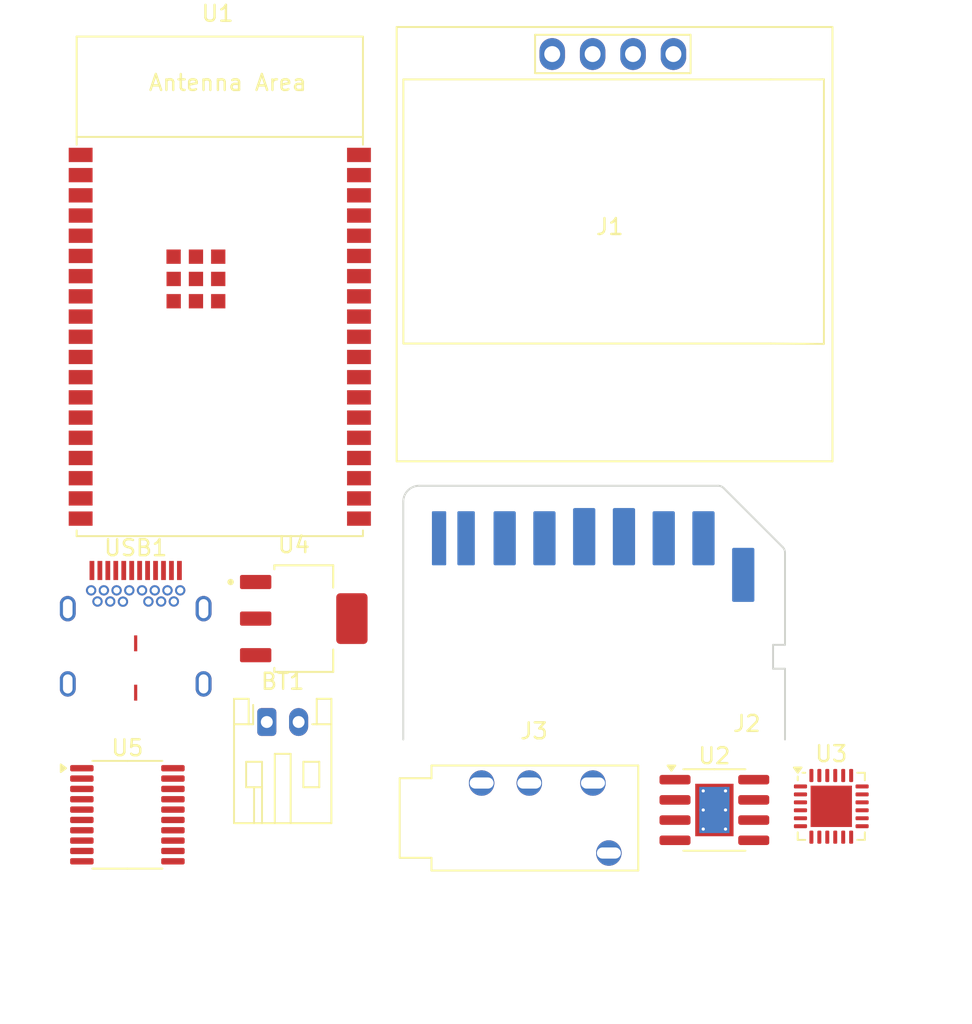
<source format=kicad_pcb>
(kicad_pcb (version 20241229) (generator "pcbnew") (generator_version "9.0")
  (layers (0 "F.Cu" signal) (2 "B.Cu" signal) (13 "F.Paste" user) (15 "B.Paste" user) (5 "F.SilkS" user "F.Silkscreen") (7 "B.SilkS" user "B.Silkscreen") (1 "F.Mask" user) (3 "B.Mask" user) (25 "Edge.Cuts" user))
  (net 0 "")
  (net 1 "Net-(BT1-+)")
  (net 2 "Net-(BT1--)")
  (net 3 "Net-(J1-Pin_1)")
  (net 4 "Net-(J1-Pin_2)")
  (net 5 "Net-(J1-Pin_3)")
  (net 6 "Net-(J2-DAT0)")
  (net 9 "Net-(J2-DAT3{slash}CD)")
  (net 10 "Net-(J2-CLK)")
  (net 11 "Net-(J2-CMD)")
  (net 12 "Net-(U5-OUTR)")
  (net 13 "Net-(U5-OUTL)")
  (net 14 "Net-(U1-DAC_1{slash}ADC2_CH8{slash}GPIO25)")
  (net 27 "Net-(U1-U0RXD{slash}GPIO3)")
  (net 28 "Net-(U1-DAC_2{slash}ADC2_CH9{slash}GPIO26)")
  (net 29 "Net-(U1-U0TXD{slash}GPIO1)")
  (net 31 "Net-(U1-ADC2_CH7{slash}GPIO27)")
  (net 39 "Net-(U2-V_{CC})")
  (footprint "typeC:Wurth-632723300011" (layer "F.Cu") (at 38.0175 74.795)
    (property "Reference" "USB1" (at 0 -12 0) (layer "F.SilkS"))
    (property "Value" "Wurth-632723300011")
    (pad "1" smd rect (at -2.75 -10.58) (size 0.3 1.2) (layers "F.Cu" "F.Mask" "F.Paste"))
    (pad "2" smd rect (at -2.25 -10.58) (size 0.3 1.2) (layers "F.Cu" "F.Mask" "F.Paste"))
    (pad "3" smd rect (at -1.75 -10.58) (size 0.3 1.2) (layers "F.Cu" "F.Mask" "F.Paste"))
    (pad "4" smd rect (at -1.25 -10.58) (size 0.3 1.2) (layers "F.Cu" "F.Mask" "F.Paste"))
    (pad "5" smd rect (at -0.75 -10.58) (size 0.3 1.2) (layers "F.Cu" "F.Mask" "F.Paste"))
    (pad "6" smd rect (at -0.25 -10.58) (size 0.3 1.2) (layers "F.Cu" "F.Mask" "F.Paste") (net 27 "Net-(U1-U0RXD{slash}GPIO3)"))
    (pad "7" smd rect (at 0.25 -10.58) (size 0.3 1.2) (layers "F.Cu" "F.Mask" "F.Paste") (net 29 "Net-(U1-U0TXD{slash}GPIO1)"))
    (pad "8" smd rect (at 0.75 -10.58) (size 0.3 1.2) (layers "F.Cu" "F.Mask" "F.Paste"))
    (pad "9" smd rect (at 1.25 -10.58) (size 0.3 1.2) (layers "F.Cu" "F.Mask" "F.Paste") (net 39 "Net-(U2-V_{CC})"))
    (pad "10" smd rect (at 1.75 -10.58) (size 0.3 1.2) (layers "F.Cu" "F.Mask" "F.Paste"))
    (pad "11" smd rect (at 2.25 -10.58) (size 0.3 1.2) (layers "F.Cu" "F.Mask" "F.Paste"))
    (pad "12" smd rect (at 2.75 -10.58) (size 0.3 1.2) (layers "F.Cu" "F.Mask" "F.Paste"))
    (pad "13" thru_hole circle (at 2.8 -9.33) (size 0.65 0.65) (drill 0.4) (layers "*.Cu" "B.Mask"))
    (pad "14" thru_hole circle (at 2.4 -8.63) (size 0.65 0.65) (drill 0.4) (layers "*.Cu" "B.Mask"))
    (pad "15" thru_hole circle (at 1.6 -8.63) (size 0.65 0.65) (drill 0.4) (layers "*.Cu" "B.Mask"))
    (pad "16" thru_hole circle (at 1.2 -9.33) (size 0.65 0.65) (drill 0.4) (layers "*.Cu" "B.Mask"))
    (pad "17" thru_hole circle (at 0.8 -8.63) (size 0.65 0.65) (drill 0.4) (layers "*.Cu" "B.Mask"))
    (pad "18" thru_hole circle (at 0.4 -9.33) (size 0.65 0.65) (drill 0.4) (layers "*.Cu" "B.Mask"))
    (pad "19" thru_hole circle (at -0.4 -9.33) (size 0.65 0.65) (drill 0.4) (layers "*.Cu" "B.Mask"))
    (pad "20" thru_hole circle (at -0.8 -8.62) (size 0.65 0.65) (drill 0.4) (layers "*.Cu" "B.Mask"))
    (pad "21" thru_hole circle (at -1.2 -9.33) (size 0.65 0.65) (drill 0.4) (layers "*.Cu" "B.Mask"))
    (pad "22" thru_hole circle (at -1.6 -8.63) (size 0.65 0.65) (drill 0.4) (layers "*.Cu" "B.Mask"))
    (pad "23" thru_hole circle (at -2.4 -8.63) (size 0.65 0.65) (drill 0.4) (layers "*.Cu" "B.Mask"))
    (pad "24" thru_hole circle (at -2.8 -9.33) (size 0.65 0.65) (drill 0.4) (layers "*.Cu" "B.Mask") (net 2 "Net-(BT1--)"))
    (pad "25" thru_hole circle (at -2 -9.33) (size 0.65 0.65) (drill 0.4) (layers "*.Cu" "B.Mask"))
    (pad "25" thru_hole circle (at 2 -9.33) (size 0.65 0.65) (drill 0.4) (layers "*.Cu" "B.Mask"))
    (pad "26" thru_hole oval (at -4.27 -8.18) (size 1 1.6) (drill oval 0.6 1.2) (layers "*.Cu" "B.Mask") (net 2 "Net-(BT1--)"))
    (pad "26" thru_hole oval (at -4.27 -3.45) (size 1 1.6) (drill oval 0.6 1.2) (layers "*.Cu" "B.Mask") (net 2 "Net-(BT1--)"))
    (pad "26" thru_hole oval (at 4.27 -8.18) (size 1 1.6) (drill oval 0.6 1.2) (layers "*.Cu" "B.Mask") (net 2 "Net-(BT1--)"))
    (pad "26" thru_hole oval (at 4.27 -3.45) (size 1 1.6) (drill oval 0.6 1.2) (layers "*.Cu" "B.Mask") (net 2 "Net-(BT1--)"))
    (pad "27" smd rect (at 0 -6) (size 0.2 1) (layers "F.Cu" "F.Mask" "F.Paste"))
    (pad "27" smd rect (at 0 -2.9) (size 0.2 1) (layers "F.Cu" "F.Mask" "F.Paste"))
  )
  (footprint "audio-jack:PJ-320A" (layer "F.Cu") (at 54.6175 77.575)
    (property "Reference" "J3" (at 8.4455 -3.269 0) (layer "F.SilkS"))
    (property "Value" "AudioJack3")
    (fp_line (start 0 -0.3) (end 2 -0.3) (stroke (width 0.12)) (layer "F.SilkS"))
    (fp_line (start 0 0) (end 0 -0.3) (stroke (width 0.12)) (layer "F.SilkS"))
    (fp_line (start 0 0) (end 0 4.7) (stroke (width 0.12)) (layer "F.SilkS"))
    (fp_line (start 0 4.7) (end 2 4.7) (stroke (width 0.12)) (layer "F.SilkS"))
    (fp_line (start 2 -1.1) (end 15 -1.1) (stroke (width 0.12)) (layer "F.SilkS"))
    (fp_line (start 2 -0.3) (end 2 -1.1) (stroke (width 0.12)) (layer "F.SilkS"))
    (fp_line (start 2 4.7) (end 2 5.5) (stroke (width 0.12)) (layer "F.SilkS"))
    (fp_line (start 2 5.5) (end 15 5.5) (stroke (width 0.12)) (layer "F.SilkS"))
    (fp_line (start 15 -1.1) (end 15 5.5) (stroke (width 0.12)) (layer "F.SilkS"))
    (pad "" np_thru_hole circle (at 3.7 2.2) (size 1.5 1.5) (drill 1.5) (layers "*.Cu"))
    (pad "" np_thru_hole circle (at 10.7 2.2) (size 1.5 1.5) (drill 1.5) (layers "*.Cu"))
    (pad "R" thru_hole circle (at 8.15 0) (size 1.6 1.6) (drill oval 1.5 0.7) (layers "*.Cu" "*.Mask") (net 12 "Net-(U5-OUTR)"))
    (pad "R" thru_hole circle (at 12.15 0) (size 1.6 1.6) (drill oval 1.5 0.7) (layers "*.Cu" "*.Mask") (net 12 "Net-(U5-OUTR)"))
    (pad "S" thru_hole circle (at 5.15 0) (size 1.6 1.6) (drill oval 1.5 0.7) (layers "*.Cu" "*.Mask") (net 2 "Net-(BT1--)"))
    (pad "T" thru_hole circle (at 13.15 4.4) (size 1.6 1.6) (drill oval 1.5 0.7) (layers "*.Cu" "*.Mask") (net 13 "Net-(U5-OUTL)"))
  )
  (footprint "OLED:128x64OLED" (layer "F.Cu") (at 67.8275 42.355)
    (property "Reference" "J1" (at 0 0.254 0) (layer "F.SilkS"))
    (property "Value" "OLED")
    (fp_line (start -13.4 -12.3) (end 14 -12.3) (stroke (width 0.12)) (layer "F.SilkS"))
    (fp_line (start -13.4 15) (end -13.4 -12.3) (stroke (width 0.12)) (layer "F.SilkS"))
    (fp_line (start -12.978 -9.005) (end 10.122 -9.005) (stroke (width 0.12)) (layer "F.SilkS"))
    (fp_line (start -12.978 7.595) (end -12.978 -9.005) (stroke (width 0.12)) (layer "F.SilkS"))
    (fp_line (start -4.699 -11.811) (end -4.699 -9.398) (stroke (width 0.12)) (layer "F.SilkS"))
    (fp_line (start -4.699 -11.811) (end 5.08 -11.811) (stroke (width 0.12)) (layer "F.SilkS"))
    (fp_line (start 5.08 -11.811) (end 5.08 -9.398) (stroke (width 0.12)) (layer "F.SilkS"))
    (fp_line (start 5.08 -9.398) (end -4.699 -9.398) (stroke (width 0.12)) (layer "F.SilkS"))
    (fp_line (start 10.122 -9.005) (end 13.208 -9.005) (stroke (width 0.12)) (layer "F.SilkS"))
    (fp_line (start 10.122 7.595) (end -12.978 7.595) (stroke (width 0.12)) (layer "F.SilkS"))
    (fp_line (start 10.122 7.595) (end 13.462 7.62) (stroke (width 0.12)) (layer "F.SilkS"))
    (fp_line (start 13.462 -9.017) (end 13.208 -9.005) (stroke (width 0.12)) (layer "F.SilkS"))
    (fp_line (start 13.462 7.62) (end 13.462 -9.017) (stroke (width 0.12)) (layer "F.SilkS"))
    (fp_line (start 14 -12.3) (end 14 15) (stroke (width 0.12)) (layer "F.SilkS"))
    (fp_line (start 14 15) (end -13.4 15) (stroke (width 0.12)) (layer "F.SilkS"))
    (pad "1" thru_hole oval (at -3.62 -10.6 90) (size 2 1.6) (drill 1) (layers "*.Cu" "*.Mask") (net 3 "Net-(J1-Pin_1)"))
    (pad "2" thru_hole oval (at -1.08 -10.6 90) (size 2 1.6) (drill 1) (layers "*.Cu" "*.Mask") (net 4 "Net-(J1-Pin_2)"))
    (pad "3" thru_hole oval (at 1.46 -10.6 90) (size 2 1.6) (drill 1) (layers "*.Cu" "*.Mask") (net 5 "Net-(J1-Pin_3)"))
    (pad "4" thru_hole oval (at 4 -10.6 90) (size 2 1.6) (drill 1) (layers "*.Cu" "*.Mask") (net 2 "Net-(BT1--)"))
  )
  (footprint "Package_SO:TSSOP-20_4.4x6.5mm_P0.65mm" (layer "F.Cu") (at 37.4975 79.57)
    (property "Reference" "U5" (at 0 -4.2 0) (layer "F.SilkS"))
    (property "Value" "PCM5102A")
    (fp_line (start 0 -3.385) (end -2.2 -3.385) (stroke (width 0.12)) (layer "F.SilkS"))
    (fp_line (start 0 -3.385) (end 2.2 -3.385) (stroke (width 0.12)) (layer "F.SilkS"))
    (fp_line (start 0 3.385) (end -2.2 3.385) (stroke (width 0.12)) (layer "F.SilkS"))
    (fp_line (start 0 3.385) (end 2.2 3.385) (stroke (width 0.12)) (layer "F.SilkS"))
    (fp_poly (pts (xy -3.86 -2.925) (xy -4.19 -2.685) (xy -4.19 -3.165)) (stroke (width 0.12)) (fill yes) (layer "F.SilkS"))
    (pad "1" smd roundrect (at -2.8625 -2.925) (size 1.475 0.4) (layers "F.Cu" "F.Mask" "F.Paste") (net 5 "Net-(J1-Pin_3)"))
    (pad "2" smd roundrect (at -2.8625 -2.275) (size 1.475 0.4) (layers "F.Cu" "F.Mask" "F.Paste"))
    (pad "3" smd roundrect (at -2.8625 -1.625) (size 1.475 0.4) (layers "F.Cu" "F.Mask" "F.Paste") (net 2 "Net-(BT1--)"))
    (pad "4" smd roundrect (at -2.8625 -0.975) (size 1.475 0.4) (layers "F.Cu" "F.Mask" "F.Paste"))
    (pad "5" smd roundrect (at -2.8625 -0.325) (size 1.475 0.4) (layers "F.Cu" "F.Mask" "F.Paste") (net 2 "Net-(BT1--)"))
    (pad "6" smd roundrect (at -2.8625 0.325) (size 1.475 0.4) (layers "F.Cu" "F.Mask" "F.Paste") (net 13 "Net-(U5-OUTL)"))
    (pad "7" smd roundrect (at -2.8625 0.975) (size 1.475 0.4) (layers "F.Cu" "F.Mask" "F.Paste") (net 12 "Net-(U5-OUTR)"))
    (pad "8" smd roundrect (at -2.8625 1.625) (size 1.475 0.4) (layers "F.Cu" "F.Mask" "F.Paste") (net 5 "Net-(J1-Pin_3)"))
    (pad "9" smd roundrect (at -2.8625 2.275) (size 1.475 0.4) (layers "F.Cu" "F.Mask" "F.Paste") (net 2 "Net-(BT1--)"))
    (pad "10" smd roundrect (at -2.8625 2.925) (size 1.475 0.4) (layers "F.Cu" "F.Mask" "F.Paste") (net 2 "Net-(BT1--)"))
    (pad "11" smd roundrect (at 2.8625 2.925) (size 1.475 0.4) (layers "F.Cu" "F.Mask" "F.Paste") (net 2 "Net-(BT1--)"))
    (pad "12" smd roundrect (at 2.8625 2.275) (size 1.475 0.4) (layers "F.Cu" "F.Mask" "F.Paste"))
    (pad "13" smd roundrect (at 2.8625 1.625) (size 1.475 0.4) (layers "F.Cu" "F.Mask" "F.Paste") (net 31 "Net-(U1-ADC2_CH7{slash}GPIO27)"))
    (pad "14" smd roundrect (at 2.8625 0.975) (size 1.475 0.4) (layers "F.Cu" "F.Mask" "F.Paste") (net 14 "Net-(U1-DAC_1{slash}ADC2_CH8{slash}GPIO25)"))
    (pad "15" smd roundrect (at 2.8625 0.325) (size 1.475 0.4) (layers "F.Cu" "F.Mask" "F.Paste") (net 28 "Net-(U1-DAC_2{slash}ADC2_CH9{slash}GPIO26)"))
    (pad "16" smd roundrect (at 2.8625 -0.325) (size 1.475 0.4) (layers "F.Cu" "F.Mask" "F.Paste") (net 2 "Net-(BT1--)"))
    (pad "17" smd roundrect (at 2.8625 -0.975) (size 1.475 0.4) (layers "F.Cu" "F.Mask" "F.Paste") (net 5 "Net-(J1-Pin_3)"))
    (pad "18" smd roundrect (at 2.8625 -1.625) (size 1.475 0.4) (layers "F.Cu" "F.Mask" "F.Paste"))
    (pad "19" smd roundrect (at 2.8625 -2.275) (size 1.475 0.4) (layers "F.Cu" "F.Mask" "F.Paste") (net 2 "Net-(BT1--)"))
    (pad "20" smd roundrect (at 2.8625 -2.925) (size 1.475 0.4) (layers "F.Cu" "F.Mask" "F.Paste") (net 5 "Net-(J1-Pin_3)"))
  )
  (footprint "Package_DFN_QFN:QFN-24-1EP_4x4mm_P0.5mm_EP2.6x2.6mm" (layer "F.Cu") (at 81.7525 79.04)
    (property "Reference" "U3" (at 0 -3.3 0) (layer "F.SilkS"))
    (property "Value" "CP2102N-Axx-xQFN24")
    (fp_line (start -2.11 -1.635) (end -2.11 -1.87) (stroke (width 0.12)) (layer "F.SilkS"))
    (fp_line (start -2.11 2.11) (end -2.11 1.635) (stroke (width 0.12)) (layer "F.SilkS"))
    (fp_line (start -1.635 -2.11) (end -1.81 -2.11) (stroke (width 0.12)) (layer "F.SilkS"))
    (fp_line (start -1.635 2.11) (end -2.11 2.11) (stroke (width 0.12)) (layer "F.SilkS"))
    (fp_line (start 1.635 -2.11) (end 2.11 -2.11) (stroke (width 0.12)) (layer "F.SilkS"))
    (fp_line (start 1.635 2.11) (end 2.11 2.11) (stroke (width 0.12)) (layer "F.SilkS"))
    (fp_line (start 2.11 -2.11) (end 2.11 -1.635) (stroke (width 0.12)) (layer "F.SilkS"))
    (fp_line (start 2.11 2.11) (end 2.11 1.635) (stroke (width 0.12)) (layer "F.SilkS"))
    (fp_poly (pts (xy -2.11 -2.11) (xy -2.35 -2.44) (xy -1.87 -2.44)) (stroke (width 0.12)) (fill yes) (layer "F.SilkS"))
    (pad "1" smd roundrect (at -1.9375 -1.25) (size 0.825 0.25) (layers "F.Cu" "F.Mask" "F.Paste"))
    (pad "2" smd roundrect (at -1.9375 -0.75) (size 0.825 0.25) (layers "F.Cu" "F.Mask" "F.Paste") (net 2 "Net-(BT1--)"))
    (pad "3" smd roundrect (at -1.9375 -0.25) (size 0.825 0.25) (layers "F.Cu" "F.Mask" "F.Paste"))
    (pad "4" smd roundrect (at -1.9375 0.25) (size 0.825 0.25) (layers "F.Cu" "F.Mask" "F.Paste"))
    (pad "5" smd roundrect (at -1.9375 0.75) (size 0.825 0.25) (layers "F.Cu" "F.Mask" "F.Paste"))
    (pad "6" smd roundrect (at -1.9375 1.25) (size 0.825 0.25) (layers "F.Cu" "F.Mask" "F.Paste"))
    (pad "7" smd roundrect (at -1.25 1.9375) (size 0.25 0.825) (layers "F.Cu" "F.Mask" "F.Paste"))
    (pad "8" smd roundrect (at -0.75 1.9375) (size 0.25 0.825) (layers "F.Cu" "F.Mask" "F.Paste"))
    (pad "9" smd roundrect (at -0.25 1.9375) (size 0.25 0.825) (layers "F.Cu" "F.Mask" "F.Paste"))
    (pad "10" smd roundrect (at 0.25 1.9375) (size 0.25 0.825) (layers "F.Cu" "F.Mask" "F.Paste"))
    (pad "11" smd roundrect (at 0.75 1.9375) (size 0.25 0.825) (layers "F.Cu" "F.Mask" "F.Paste"))
    (pad "12" smd roundrect (at 1.25 1.9375) (size 0.25 0.825) (layers "F.Cu" "F.Mask" "F.Paste"))
    (pad "13" smd roundrect (at 1.9375 1.25) (size 0.825 0.25) (layers "F.Cu" "F.Mask" "F.Paste"))
    (pad "14" smd roundrect (at 1.9375 0.75) (size 0.825 0.25) (layers "F.Cu" "F.Mask" "F.Paste"))
    (pad "15" smd roundrect (at 1.9375 0.25) (size 0.825 0.25) (layers "F.Cu" "F.Mask" "F.Paste"))
    (pad "16" smd roundrect (at 1.9375 -0.25) (size 0.825 0.25) (layers "F.Cu" "F.Mask" "F.Paste"))
    (pad "17" smd roundrect (at 1.9375 -0.75) (size 0.825 0.25) (layers "F.Cu" "F.Mask" "F.Paste"))
    (pad "18" smd roundrect (at 1.9375 -1.25) (size 0.825 0.25) (layers "F.Cu" "F.Mask" "F.Paste"))
    (pad "19" smd roundrect (at 1.25 -1.9375) (size 0.25 0.825) (layers "F.Cu" "F.Mask" "F.Paste"))
    (pad "20" smd roundrect (at 0.75 -1.9375) (size 0.25 0.825) (layers "F.Cu" "F.Mask" "F.Paste") (net 29 "Net-(U1-U0TXD{slash}GPIO1)"))
    (pad "21" smd roundrect (at 0.25 -1.9375) (size 0.25 0.825) (layers "F.Cu" "F.Mask" "F.Paste") (net 27 "Net-(U1-U0RXD{slash}GPIO3)"))
    (pad "22" smd roundrect (at -0.25 -1.9375) (size 0.25 0.825) (layers "F.Cu" "F.Mask" "F.Paste"))
    (pad "23" smd roundrect (at -0.75 -1.9375) (size 0.25 0.825) (layers "F.Cu" "F.Mask" "F.Paste"))
    (pad "24" smd roundrect (at -1.25 -1.9375) (size 0.25 0.825) (layers "F.Cu" "F.Mask" "F.Paste"))
    (pad "25" smd rect (at 0 0) (size 2.6 2.6) (property pad_prop_heatsink) (layers "F.Cu" "F.Mask") (net 2 "Net-(BT1--)"))
  )
  (footprint "Espressif:ESP32-WROVER-E" (layer "F.Cu") (at 43.3075 46.35)
    (property "Reference" "U1" (at -0.14 -17.145 0) (layer "F.SilkS"))
    (property "Value" "ESP32-WROVER-E")
    (fp_line (start -9 -15.695) (end -9 -8.9) (stroke (width 0.12)) (layer "F.SilkS"))
    (fp_line (start -9 -9.385) (end 9 -9.385) (stroke (width 0.12)) (layer "F.SilkS"))
    (fp_line (start -9 15.705) (end -9 15.35) (stroke (width 0.12)) (layer "F.SilkS"))
    (fp_line (start -9 15.705) (end 9 15.705) (stroke (width 0.12)) (layer "F.SilkS"))
    (fp_line (start 9 -15.695) (end -9 -15.695) (stroke (width 0.12)) (layer "F.SilkS"))
    (fp_line (start 9 -15.65) (end 9 -8.9) (stroke (width 0.12)) (layer "F.SilkS"))
    (fp_line (start 9 15.705) (end 9 15.35) (stroke (width 0.12)) (layer "F.SilkS"))
    (fp_text user "Antenna Area" (at 0.5 -12.795 0) (layer "F.SilkS"))
    (pad "1" smd rect (at -8.75 -8.255) (size 1.5 0.9) (layers "F.Cu" "F.Mask" "F.Paste") (net 2 "Net-(BT1--)"))
    (pad "2" smd rect (at -8.75 -6.985) (size 1.5 0.9) (layers "F.Cu" "F.Mask" "F.Paste") (net 5 "Net-(J1-Pin_3)"))
    (pad "3" smd rect (at -8.75 -5.715) (size 1.5 0.9) (layers "F.Cu" "F.Mask" "F.Paste"))
    (pad "4" smd rect (at -8.75 -4.445) (size 1.5 0.9) (layers "F.Cu" "F.Mask" "F.Paste"))
    (pad "5" smd rect (at -8.75 -3.175) (size 1.5 0.9) (layers "F.Cu" "F.Mask" "F.Paste"))
    (pad "6" smd rect (at -8.75 -1.905) (size 1.5 0.9) (layers "F.Cu" "F.Mask" "F.Paste"))
    (pad "7" smd rect (at -8.75 -0.635) (size 1.5 0.9) (layers "F.Cu" "F.Mask" "F.Paste"))
    (pad "8" smd rect (at -8.75 0.635) (size 1.5 0.9) (layers "F.Cu" "F.Mask" "F.Paste"))
    (pad "9" smd rect (at -8.75 1.905) (size 1.5 0.9) (layers "F.Cu" "F.Mask" "F.Paste"))
    (pad "10" smd rect (at -8.75 3.175) (size 1.5 0.9) (layers "F.Cu" "F.Mask" "F.Paste") (net 14 "Net-(U1-DAC_1{slash}ADC2_CH8{slash}GPIO25)"))
    (pad "11" smd rect (at -8.75 4.445) (size 1.5 0.9) (layers "F.Cu" "F.Mask" "F.Paste") (net 28 "Net-(U1-DAC_2{slash}ADC2_CH9{slash}GPIO26)"))
    (pad "12" smd rect (at -8.75 5.715) (size 1.5 0.9) (layers "F.Cu" "F.Mask" "F.Paste") (net 31 "Net-(U1-ADC2_CH7{slash}GPIO27)"))
    (pad "13" smd rect (at -8.75 6.985) (size 1.5 0.9) (layers "F.Cu" "F.Mask" "F.Paste"))
    (pad "14" smd rect (at -8.75 8.255) (size 1.5 0.9) (layers "F.Cu" "F.Mask" "F.Paste"))
    (pad "15" smd rect (at -8.75 9.525) (size 1.5 0.9) (layers "F.Cu" "F.Mask" "F.Paste") (net 2 "Net-(BT1--)"))
    (pad "16" smd rect (at -8.75 10.795) (size 1.5 0.9) (layers "F.Cu" "F.Mask" "F.Paste"))
    (pad "17" smd rect (at -8.75 12.065) (size 1.5 0.9) (layers "F.Cu" "F.Mask" "F.Paste"))
    (pad "18" smd rect (at -8.75 13.335) (size 1.5 0.9) (layers "F.Cu" "F.Mask" "F.Paste"))
    (pad "19" smd rect (at -8.75 14.605) (size 1.5 0.9) (layers "F.Cu" "F.Mask" "F.Paste"))
    (pad "20" smd rect (at 8.75 14.605) (size 1.5 0.9) (layers "F.Cu" "F.Mask" "F.Paste"))
    (pad "21" smd rect (at 8.75 13.335) (size 1.5 0.9) (layers "F.Cu" "F.Mask" "F.Paste"))
    (pad "22" smd rect (at 8.75 12.065) (size 1.5 0.9) (layers "F.Cu" "F.Mask" "F.Paste"))
    (pad "23" smd rect (at 8.75 10.795) (size 1.5 0.9) (layers "F.Cu" "F.Mask" "F.Paste"))
    (pad "24" smd rect (at 8.75 9.525) (size 1.5 0.9) (layers "F.Cu" "F.Mask" "F.Paste"))
    (pad "25" smd rect (at 8.75 8.255) (size 1.5 0.9) (layers "F.Cu" "F.Mask" "F.Paste"))
    (pad "26" smd rect (at 8.75 6.985) (size 1.5 0.9) (layers "F.Cu" "F.Mask" "F.Paste"))
    (pad "27" smd rect (at 8.75 5.715) (size 1.5 0.9) (layers "F.Cu" "F.Mask" "F.Paste"))
    (pad "28" smd rect (at 8.75 4.445) (size 1.5 0.9) (layers "F.Cu" "F.Mask" "F.Paste"))
    (pad "29" smd rect (at 8.75 3.175) (size 1.5 0.9) (layers "F.Cu" "F.Mask" "F.Paste") (net 9 "Net-(J2-DAT3{slash}CD)"))
    (pad "30" smd rect (at 8.75 1.905) (size 1.5 0.9) (layers "F.Cu" "F.Mask" "F.Paste") (net 10 "Net-(J2-CLK)"))
    (pad "31" smd rect (at 8.75 0.635) (size 1.5 0.9) (layers "F.Cu" "F.Mask" "F.Paste") (net 6 "Net-(J2-DAT0)"))
    (pad "32" smd rect (at 8.75 -0.635) (size 1.5 0.9) (layers "F.Cu" "F.Mask" "F.Paste"))
    (pad "33" smd rect (at 8.75 -1.905) (size 1.5 0.9) (layers "F.Cu" "F.Mask" "F.Paste") (net 3 "Net-(J1-Pin_1)"))
    (pad "34" smd rect (at 8.75 -3.175) (size 1.5 0.9) (layers "F.Cu" "F.Mask" "F.Paste") (net 27 "Net-(U1-U0RXD{slash}GPIO3)"))
    (pad "35" smd rect (at 8.75 -4.445) (size 1.5 0.9) (layers "F.Cu" "F.Mask" "F.Paste") (net 29 "Net-(U1-U0TXD{slash}GPIO1)"))
    (pad "36" smd rect (at 8.75 -5.715) (size 1.5 0.9) (layers "F.Cu" "F.Mask" "F.Paste") (net 4 "Net-(J1-Pin_2)"))
    (pad "37" smd rect (at 8.75 -6.985) (size 1.5 0.9) (layers "F.Cu" "F.Mask" "F.Paste") (net 11 "Net-(J2-CMD)"))
    (pad "38" smd rect (at 8.75 -8.255) (size 1.5 0.9) (layers "F.Cu" "F.Mask" "F.Paste") (net 2 "Net-(BT1--)"))
    (pad "39" smd rect (at -2.905 -1.86) (size 0.9 0.9) (layers "F.Cu" "F.Mask" "F.Paste"))
    (pad "39" smd rect (at -2.9 -0.46) (size 0.9 0.9) (layers "F.Cu" "F.Mask" "F.Paste"))
    (pad "39" smd rect (at -2.9 0.94) (size 0.9 0.9) (layers "F.Cu" "F.Mask" "F.Paste"))
    (pad "39" smd rect (at -1.5 -1.86) (size 0.9 0.9) (layers "F.Cu" "F.Mask" "F.Paste"))
    (pad "39" smd rect (at -1.5 -0.46) (size 0.9 0.9) (layers "F.Cu" "F.Mask" "F.Paste"))
    (pad "39" smd rect (at -1.5 0.94) (size 0.9 0.9) (layers "F.Cu" "F.Mask" "F.Paste"))
    (pad "39" smd rect (at -0.1 -1.86) (size 0.9 0.9) (layers "F.Cu" "F.Mask" "F.Paste"))
    (pad "39" smd rect (at -0.1 -0.46) (size 0.9 0.9) (layers "F.Cu" "F.Mask" "F.Paste"))
    (pad "39" smd rect (at -0.1 0.94) (size 0.9 0.9) (layers "F.Cu" "F.Mask" "F.Paste"))
  )
  (footprint "MCP1825S-3302E_DB:SOT230P700X180-4N" (layer "F.Cu") (at 48.5875 67.24)
    (property "Reference" "U4" (at -0.625 -4.635 0) (layer "F.SilkS"))
    (property "Value" "MCP1825S")
    (fp_line (start -1.85 -3.35) (end -1.85 -3.1) (stroke (width 0.127)) (layer "F.SilkS"))
    (fp_line (start -1.85 3.35) (end -1.85 3.1) (stroke (width 0.127)) (layer "F.SilkS"))
    (fp_line (start 1.85 -3.35) (end -1.85 -3.35) (stroke (width 0.127)) (layer "F.SilkS"))
    (fp_line (start 1.85 -1.95) (end 1.85 -3.35) (stroke (width 0.127)) (layer "F.SilkS"))
    (fp_line (start 1.85 1.95) (end 1.85 3.35) (stroke (width 0.127)) (layer "F.SilkS"))
    (fp_line (start 1.85 3.35) (end -1.85 3.35) (stroke (width 0.127)) (layer "F.SilkS"))
    (fp_circle (center -4.6 -2.3) (end -4.5 -2.3) (stroke (width 0.2)) (fill no) (layer "F.SilkS"))
    (pad "1" smd roundrect (at -3.025 -2.3) (size 1.97 0.89) (layers "F.Cu" "F.Mask" "F.Paste") (roundrect_rratio 0.125) (net 1 "Net-(BT1-+)"))
    (pad "2" smd roundrect (at -3.025 0) (size 1.97 0.89) (layers "F.Cu" "F.Mask" "F.Paste") (roundrect_rratio 0.125) (net 2 "Net-(BT1--)"))
    (pad "3" smd roundrect (at -3.025 2.3) (size 1.97 0.89) (layers "F.Cu" "F.Mask" "F.Paste") (roundrect_rratio 0.125) (net 5 "Net-(J1-Pin_3)"))
    (pad "4" smd roundrect (at 3.025 0) (size 1.97 3.19) (layers "F.Cu" "F.Mask" "F.Paste") (roundrect_rratio 0.125))
  )
  (footprint "Package_SO:SOIC-8-1EP_3.9x4.9mm_P1.27mm_EP2.41x3.3mm_ThermalVias" (layer "F.Cu") (at 74.4025 79.27)
    (property "Reference" "U2" (at 0 -3.4 0) (layer "F.SilkS"))
    (property "Value" "TP4056-42-ESOP8")
    (fp_line (start 0 -2.56) (end -1.95 -2.56) (stroke (width 0.12)) (layer "F.SilkS"))
    (fp_line (start 0 -2.56) (end 1.95 -2.56) (stroke (width 0.12)) (layer "F.SilkS"))
    (fp_line (start 0 2.56) (end -1.95 2.56) (stroke (width 0.12)) (layer "F.SilkS"))
    (fp_line (start 0 2.56) (end 1.95 2.56) (stroke (width 0.12)) (layer "F.SilkS"))
    (fp_poly (pts (xy -2.7 -2.465) (xy -2.94 -2.795) (xy -2.46 -2.795)) (stroke (width 0.12)) (fill yes) (layer "F.SilkS"))
    (pad "1" smd roundrect (at -2.475 -1.905) (size 1.95 0.6) (layers "F.Cu" "F.Mask" "F.Paste"))
    (pad "2" smd roundrect (at -2.475 -0.635) (size 1.95 0.6) (layers "F.Cu" "F.Mask" "F.Paste"))
    (pad "3" smd roundrect (at -2.475 0.635) (size 1.95 0.6) (layers "F.Cu" "F.Mask" "F.Paste") (net 2 "Net-(BT1--)"))
    (pad "4" smd roundrect (at -2.475 1.905) (size 1.95 0.6) (layers "F.Cu" "F.Mask" "F.Paste") (net 39 "Net-(U2-V_{CC})"))
    (pad "5" smd roundrect (at 2.475 1.905) (size 1.95 0.6) (layers "F.Cu" "F.Mask" "F.Paste") (net 1 "Net-(BT1-+)"))
    (pad "6" smd roundrect (at 2.475 0.635) (size 1.95 0.6) (layers "F.Cu" "F.Mask" "F.Paste"))
    (pad "7" smd roundrect (at 2.475 -0.635) (size 1.95 0.6) (layers "F.Cu" "F.Mask" "F.Paste"))
    (pad "8" smd roundrect (at 2.475 -1.905) (size 1.95 0.6) (layers "F.Cu" "F.Mask" "F.Paste") (net 2 "Net-(BT1--)"))
    (pad "9" thru_hole circle (at -0.7 -1.2) (size 0.5 0.5) (drill 0.2) (property pad_prop_heatsink) (layers "*.Cu"))
    (pad "9" thru_hole circle (at -0.7 0) (size 0.5 0.5) (drill 0.2) (property pad_prop_heatsink) (layers "*.Cu"))
    (pad "9" thru_hole circle (at -0.7 1.2) (size 0.5 0.5) (drill 0.2) (property pad_prop_heatsink) (layers "*.Cu"))
    (pad "9" smd rect (at 0 0) (size 1.9 2.9) (property pad_prop_heatsink) (layers "B.Cu"))
    (pad "9" smd rect (at 0 0) (size 2.41 3.3) (property pad_prop_heatsink) (layers "F.Cu" "F.Mask"))
    (pad "9" thru_hole circle (at 0.7 -1.2) (size 0.5 0.5) (drill 0.2) (property pad_prop_heatsink) (layers "*.Cu"))
    (pad "9" thru_hole circle (at 0.7 0) (size 0.5 0.5) (drill 0.2) (property pad_prop_heatsink) (layers "*.Cu"))
    (pad "9" thru_hole circle (at 0.7 1.2) (size 0.5 0.5) (drill 0.2) (property pad_prop_heatsink) (layers "*.Cu"))
  )
  (footprint "Connector_JST:JST_PH_S2B-PH-K_1x02_P2.00mm_Horizontal" (layer "F.Cu") (at 46.2625 73.74)
    (property "Reference" "BT1" (at 1 -2.55 0) (layer "F.SilkS"))
    (property "Value" "Battery")
    (fp_line (start -2.06 -1.46) (end -2.06 6.36) (stroke (width 0.12)) (layer "F.SilkS"))
    (fp_line (start -2.06 0.14) (end -1.14 0.14) (stroke (width 0.12)) (layer "F.SilkS"))
    (fp_line (start -2.06 6.36) (end 4.06 6.36) (stroke (width 0.12)) (layer "F.SilkS"))
    (fp_line (start -1.3 2.5) (end -1.3 4.1) (stroke (width 0.12)) (layer "F.SilkS"))
    (fp_line (start -1.3 4.1) (end -0.3 4.1) (stroke (width 0.12)) (layer "F.SilkS"))
    (fp_line (start -1.14 -1.46) (end -2.06 -1.46) (stroke (width 0.12)) (layer "F.SilkS"))
    (fp_line (start -1.14 0.14) (end -1.14 -1.46) (stroke (width 0.12)) (layer "F.SilkS"))
    (fp_line (start -0.86 0.14) (end -1.14 0.14) (stroke (width 0.12)) (layer "F.SilkS"))
    (fp_line (start -0.86 0.14) (end -0.86 -1.075) (stroke (width 0.12)) (layer "F.SilkS"))
    (fp_line (start -0.8 4.1) (end -0.8 6.36) (stroke (width 0.12)) (layer "F.SilkS"))
    (fp_line (start -0.3 2.5) (end -1.3 2.5) (stroke (width 0.12)) (layer "F.SilkS"))
    (fp_line (start -0.3 4.1) (end -0.3 2.5) (stroke (width 0.12)) (layer "F.SilkS"))
    (fp_line (start -0.3 4.1) (end -0.3 6.36) (stroke (width 0.12)) (layer "F.SilkS"))
    (fp_line (start 0.5 2) (end 1.5 2) (stroke (width 0.12)) (layer "F.SilkS"))
    (fp_line (start 0.5 6.36) (end 0.5 2) (stroke (width 0.12)) (layer "F.SilkS"))
    (fp_line (start 1.5 2) (end 1.5 6.36) (stroke (width 0.12)) (layer "F.SilkS"))
    (fp_line (start 2.3 2.5) (end 3.3 2.5) (stroke (width 0.12)) (layer "F.SilkS"))
    (fp_line (start 2.3 4.1) (end 2.3 2.5) (stroke (width 0.12)) (layer "F.SilkS"))
    (fp_line (start 3.14 -1.46) (end 3.14 0.14) (stroke (width 0.12)) (layer "F.SilkS"))
    (fp_line (start 3.14 0.14) (end 2.86 0.14) (stroke (width 0.12)) (layer "F.SilkS"))
    (fp_line (start 3.3 2.5) (end 3.3 4.1) (stroke (width 0.12)) (layer "F.SilkS"))
    (fp_line (start 3.3 4.1) (end 2.3 4.1) (stroke (width 0.12)) (layer "F.SilkS"))
    (fp_line (start 4.06 -1.46) (end 3.14 -1.46) (stroke (width 0.12)) (layer "F.SilkS"))
    (fp_line (start 4.06 0.14) (end 3.14 0.14) (stroke (width 0.12)) (layer "F.SilkS"))
    (fp_line (start 4.06 6.36) (end 4.06 -1.46) (stroke (width 0.12)) (layer "F.SilkS"))
    (pad "1" thru_hole roundrect (at 0 0) (size 1.2 1.75) (drill 0.75) (layers "*.Cu" "*.Mask") (roundrect_rratio 0.208333) (net 1 "Net-(BT1-+)"))
    (pad "2" thru_hole oval (at 2 0) (size 1.2 1.75) (drill 0.75) (layers "*.Cu" "*.Mask") (net 2 "Net-(BT1--)"))
  )
  (footprint "Connector_Card:SD_Card_Device_16mm_SlotDepth" (layer "F.Cu") (at 66.8425 74.89)
    (property "Reference" "J2" (at 9.6 -1.05 0) (layer "F.SilkS"))
    (property "Value" "Micro_SD_Card")
    (fp_line (start -12 -0.05) (end -12 -15) (stroke (width 0.12)) (layer "Edge.Cuts"))
    (fp_line (start -11 -16) (end 7.792893 -16) (stroke (width 0.12)) (layer "Edge.Cuts"))
    (fp_line (start 8.146447 -15.853553) (end 11.853554 -12.146446) (stroke (width 0.12)) (layer "Edge.Cuts"))
    (fp_line (start 11.25 -6) (end 11.25 -4.5) (stroke (width 0.12)) (layer "Edge.Cuts"))
    (fp_line (start 11.25 -4.5) (end 12 -4.5) (stroke (width 0.12)) (layer "Edge.Cuts"))
    (fp_line (start 12 -11.792893) (end 12 -6) (stroke (width 0.12)) (layer "Edge.Cuts"))
    (fp_line (start 12 -6) (end 11.25 -6) (stroke (width 0.12)) (layer "Edge.Cuts"))
    (fp_line (start 12 -4.5) (end 12 -0.05) (stroke (width 0.12)) (layer "Edge.Cuts"))
    (fp_arc (start -12 -15) (mid -11.707107 -15.707107) (end -11 -16) (stroke (width 0.12)) (layer "Edge.Cuts"))
    (fp_arc (start 7.792893 -16) (mid 7.984235 -15.96194) (end 8.146447 -15.853553) (stroke (width 0.12)) (layer "Edge.Cuts"))
    (fp_arc (start 11.853554 -12.146446) (mid 11.96194 -11.984234) (end 12 -11.792893) (stroke (width 0.12)) (layer "Edge.Cuts"))
    (pad "1" connect roundrect (at 6.875 -12.7) (size 1.4 3.4) (layers "B.Cu" "B.Mask") (roundrect_rratio 0.07142857143) (clearance 0.05))
    (pad "2" connect roundrect (at 4.375 -12.7) (size 1.4 3.4) (layers "B.Cu" "B.Mask") (roundrect_rratio 0.07142857143) (net 9 "Net-(J2-DAT3{slash}CD)") (clearance 0.05))
    (pad "3" connect roundrect (at 1.875 -12.8) (size 1.4 3.6) (layers "B.Cu" "B.Mask") (roundrect_rratio 0.07142857143) (net 11 "Net-(J2-CMD)") (clearance 0.05))
    (pad "4" connect roundrect (at -0.625 -12.8) (size 1.4 3.6) (layers "B.Cu" "B.Mask") (roundrect_rratio 0.07142857143) (net 5 "Net-(J1-Pin_3)") (clearance 0.05))
    (pad "5" connect roundrect (at -3.125 -12.7) (size 1.4 3.4) (layers "B.Cu" "B.Mask") (roundrect_rratio 0.07142857143) (net 10 "Net-(J2-CLK)") (clearance 0.05))
    (pad "6" connect roundrect (at -5.625 -12.7) (size 1.4 3.4) (layers "B.Cu" "B.Mask") (roundrect_rratio 0.07142857143) (net 2 "Net-(BT1--)") (clearance 0.05))
    (pad "7" connect roundrect (at -8.05 -12.7) (size 1.1 3.4) (layers "B.Cu" "B.Mask") (roundrect_rratio 0.07142857143) (net 6 "Net-(J2-DAT0)") (clearance 0.05))
    (pad "8" connect roundrect (at -9.75 -12.7) (size 0.9 3.4) (layers "B.Cu" "B.Mask") (roundrect_rratio 0.07142857143) (clearance 0.05))
    (pad "9" connect roundrect (at 9.375 -10.4) (size 1.4 3.4) (layers "B.Cu" "B.Mask") (roundrect_rratio 0.07142857143) (net 2 "Net-(BT1--)") (clearance 0.05))
  )
)
</source>
